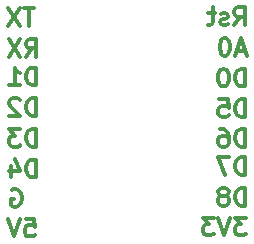
<source format=gbo>
G04 #@! TF.GenerationSoftware,KiCad,Pcbnew,5.0.2+dfsg1-1~bpo9+1*
G04 #@! TF.CreationDate,2020-08-18T09:09:55+01:00*
G04 #@! TF.ProjectId,d1-nrf24l01-shield,64312d6e-7266-4323-946c-30312d736869,rev?*
G04 #@! TF.SameCoordinates,Original*
G04 #@! TF.FileFunction,Legend,Bot*
G04 #@! TF.FilePolarity,Positive*
%FSLAX46Y46*%
G04 Gerber Fmt 4.6, Leading zero omitted, Abs format (unit mm)*
G04 Created by KiCad (PCBNEW 5.0.2+dfsg1-1~bpo9+1) date Tue 18 Aug 2020 09:09:55 IST*
%MOMM*%
%LPD*%
G01*
G04 APERTURE LIST*
%ADD10C,0.300000*%
G04 APERTURE END LIST*
D10*
X148957142Y-103078571D02*
X148028571Y-103078571D01*
X148528571Y-103650000D01*
X148314285Y-103650000D01*
X148171428Y-103721428D01*
X148100000Y-103792857D01*
X148028571Y-103935714D01*
X148028571Y-104292857D01*
X148100000Y-104435714D01*
X148171428Y-104507142D01*
X148314285Y-104578571D01*
X148742857Y-104578571D01*
X148885714Y-104507142D01*
X148957142Y-104435714D01*
X147600000Y-103078571D02*
X147100000Y-104578571D01*
X146600000Y-103078571D01*
X146242857Y-103078571D02*
X145314285Y-103078571D01*
X145814285Y-103650000D01*
X145600000Y-103650000D01*
X145457142Y-103721428D01*
X145385714Y-103792857D01*
X145314285Y-103935714D01*
X145314285Y-104292857D01*
X145385714Y-104435714D01*
X145457142Y-104507142D01*
X145600000Y-104578571D01*
X146028571Y-104578571D01*
X146171428Y-104507142D01*
X146242857Y-104435714D01*
X148907142Y-102078571D02*
X148907142Y-100578571D01*
X148550000Y-100578571D01*
X148335714Y-100650000D01*
X148192857Y-100792857D01*
X148121428Y-100935714D01*
X148050000Y-101221428D01*
X148050000Y-101435714D01*
X148121428Y-101721428D01*
X148192857Y-101864285D01*
X148335714Y-102007142D01*
X148550000Y-102078571D01*
X148907142Y-102078571D01*
X147192857Y-101221428D02*
X147335714Y-101150000D01*
X147407142Y-101078571D01*
X147478571Y-100935714D01*
X147478571Y-100864285D01*
X147407142Y-100721428D01*
X147335714Y-100650000D01*
X147192857Y-100578571D01*
X146907142Y-100578571D01*
X146764285Y-100650000D01*
X146692857Y-100721428D01*
X146621428Y-100864285D01*
X146621428Y-100935714D01*
X146692857Y-101078571D01*
X146764285Y-101150000D01*
X146907142Y-101221428D01*
X147192857Y-101221428D01*
X147335714Y-101292857D01*
X147407142Y-101364285D01*
X147478571Y-101507142D01*
X147478571Y-101792857D01*
X147407142Y-101935714D01*
X147335714Y-102007142D01*
X147192857Y-102078571D01*
X146907142Y-102078571D01*
X146764285Y-102007142D01*
X146692857Y-101935714D01*
X146621428Y-101792857D01*
X146621428Y-101507142D01*
X146692857Y-101364285D01*
X146764285Y-101292857D01*
X146907142Y-101221428D01*
X148907142Y-99478571D02*
X148907142Y-97978571D01*
X148550000Y-97978571D01*
X148335714Y-98050000D01*
X148192857Y-98192857D01*
X148121428Y-98335714D01*
X148050000Y-98621428D01*
X148050000Y-98835714D01*
X148121428Y-99121428D01*
X148192857Y-99264285D01*
X148335714Y-99407142D01*
X148550000Y-99478571D01*
X148907142Y-99478571D01*
X147550000Y-97978571D02*
X146550000Y-97978571D01*
X147192857Y-99478571D01*
X148907142Y-97078571D02*
X148907142Y-95578571D01*
X148550000Y-95578571D01*
X148335714Y-95650000D01*
X148192857Y-95792857D01*
X148121428Y-95935714D01*
X148050000Y-96221428D01*
X148050000Y-96435714D01*
X148121428Y-96721428D01*
X148192857Y-96864285D01*
X148335714Y-97007142D01*
X148550000Y-97078571D01*
X148907142Y-97078571D01*
X146764285Y-95578571D02*
X147050000Y-95578571D01*
X147192857Y-95650000D01*
X147264285Y-95721428D01*
X147407142Y-95935714D01*
X147478571Y-96221428D01*
X147478571Y-96792857D01*
X147407142Y-96935714D01*
X147335714Y-97007142D01*
X147192857Y-97078571D01*
X146907142Y-97078571D01*
X146764285Y-97007142D01*
X146692857Y-96935714D01*
X146621428Y-96792857D01*
X146621428Y-96435714D01*
X146692857Y-96292857D01*
X146764285Y-96221428D01*
X146907142Y-96150000D01*
X147192857Y-96150000D01*
X147335714Y-96221428D01*
X147407142Y-96292857D01*
X147478571Y-96435714D01*
X148907142Y-94578571D02*
X148907142Y-93078571D01*
X148550000Y-93078571D01*
X148335714Y-93150000D01*
X148192857Y-93292857D01*
X148121428Y-93435714D01*
X148050000Y-93721428D01*
X148050000Y-93935714D01*
X148121428Y-94221428D01*
X148192857Y-94364285D01*
X148335714Y-94507142D01*
X148550000Y-94578571D01*
X148907142Y-94578571D01*
X146692857Y-93078571D02*
X147407142Y-93078571D01*
X147478571Y-93792857D01*
X147407142Y-93721428D01*
X147264285Y-93650000D01*
X146907142Y-93650000D01*
X146764285Y-93721428D01*
X146692857Y-93792857D01*
X146621428Y-93935714D01*
X146621428Y-94292857D01*
X146692857Y-94435714D01*
X146764285Y-94507142D01*
X146907142Y-94578571D01*
X147264285Y-94578571D01*
X147407142Y-94507142D01*
X147478571Y-94435714D01*
X148907142Y-91978571D02*
X148907142Y-90478571D01*
X148550000Y-90478571D01*
X148335714Y-90550000D01*
X148192857Y-90692857D01*
X148121428Y-90835714D01*
X148050000Y-91121428D01*
X148050000Y-91335714D01*
X148121428Y-91621428D01*
X148192857Y-91764285D01*
X148335714Y-91907142D01*
X148550000Y-91978571D01*
X148907142Y-91978571D01*
X147121428Y-90478571D02*
X146978571Y-90478571D01*
X146835714Y-90550000D01*
X146764285Y-90621428D01*
X146692857Y-90764285D01*
X146621428Y-91050000D01*
X146621428Y-91407142D01*
X146692857Y-91692857D01*
X146764285Y-91835714D01*
X146835714Y-91907142D01*
X146978571Y-91978571D01*
X147121428Y-91978571D01*
X147264285Y-91907142D01*
X147335714Y-91835714D01*
X147407142Y-91692857D01*
X147478571Y-91407142D01*
X147478571Y-91050000D01*
X147407142Y-90764285D01*
X147335714Y-90621428D01*
X147264285Y-90550000D01*
X147121428Y-90478571D01*
X148871428Y-88950000D02*
X148157142Y-88950000D01*
X149014285Y-89378571D02*
X148514285Y-87878571D01*
X148014285Y-89378571D01*
X147228571Y-87878571D02*
X147085714Y-87878571D01*
X146942857Y-87950000D01*
X146871428Y-88021428D01*
X146800000Y-88164285D01*
X146728571Y-88450000D01*
X146728571Y-88807142D01*
X146800000Y-89092857D01*
X146871428Y-89235714D01*
X146942857Y-89307142D01*
X147085714Y-89378571D01*
X147228571Y-89378571D01*
X147371428Y-89307142D01*
X147442857Y-89235714D01*
X147514285Y-89092857D01*
X147585714Y-88807142D01*
X147585714Y-88450000D01*
X147514285Y-88164285D01*
X147442857Y-88021428D01*
X147371428Y-87950000D01*
X147228571Y-87878571D01*
X147971428Y-86778571D02*
X148471428Y-86064285D01*
X148828571Y-86778571D02*
X148828571Y-85278571D01*
X148257142Y-85278571D01*
X148114285Y-85350000D01*
X148042857Y-85421428D01*
X147971428Y-85564285D01*
X147971428Y-85778571D01*
X148042857Y-85921428D01*
X148114285Y-85992857D01*
X148257142Y-86064285D01*
X148828571Y-86064285D01*
X147400000Y-86707142D02*
X147257142Y-86778571D01*
X146971428Y-86778571D01*
X146828571Y-86707142D01*
X146757142Y-86564285D01*
X146757142Y-86492857D01*
X146828571Y-86350000D01*
X146971428Y-86278571D01*
X147185714Y-86278571D01*
X147328571Y-86207142D01*
X147400000Y-86064285D01*
X147400000Y-85992857D01*
X147328571Y-85850000D01*
X147185714Y-85778571D01*
X146971428Y-85778571D01*
X146828571Y-85850000D01*
X146328571Y-85778571D02*
X145757142Y-85778571D01*
X146114285Y-85278571D02*
X146114285Y-86564285D01*
X146042857Y-86707142D01*
X145900000Y-86778571D01*
X145757142Y-86778571D01*
X130285714Y-103178571D02*
X131000000Y-103178571D01*
X131071428Y-103892857D01*
X131000000Y-103821428D01*
X130857142Y-103750000D01*
X130500000Y-103750000D01*
X130357142Y-103821428D01*
X130285714Y-103892857D01*
X130214285Y-104035714D01*
X130214285Y-104392857D01*
X130285714Y-104535714D01*
X130357142Y-104607142D01*
X130500000Y-104678571D01*
X130857142Y-104678571D01*
X131000000Y-104607142D01*
X131071428Y-104535714D01*
X129785714Y-103178571D02*
X129285714Y-104678571D01*
X128785714Y-103178571D01*
X129107142Y-100750000D02*
X129250000Y-100678571D01*
X129464285Y-100678571D01*
X129678571Y-100750000D01*
X129821428Y-100892857D01*
X129892857Y-101035714D01*
X129964285Y-101321428D01*
X129964285Y-101535714D01*
X129892857Y-101821428D01*
X129821428Y-101964285D01*
X129678571Y-102107142D01*
X129464285Y-102178571D01*
X129321428Y-102178571D01*
X129107142Y-102107142D01*
X129035714Y-102035714D01*
X129035714Y-101535714D01*
X129321428Y-101535714D01*
X131207142Y-99678571D02*
X131207142Y-98178571D01*
X130850000Y-98178571D01*
X130635714Y-98250000D01*
X130492857Y-98392857D01*
X130421428Y-98535714D01*
X130350000Y-98821428D01*
X130350000Y-99035714D01*
X130421428Y-99321428D01*
X130492857Y-99464285D01*
X130635714Y-99607142D01*
X130850000Y-99678571D01*
X131207142Y-99678571D01*
X129064285Y-98678571D02*
X129064285Y-99678571D01*
X129421428Y-98107142D02*
X129778571Y-99178571D01*
X128850000Y-99178571D01*
X131207142Y-97078571D02*
X131207142Y-95578571D01*
X130850000Y-95578571D01*
X130635714Y-95650000D01*
X130492857Y-95792857D01*
X130421428Y-95935714D01*
X130350000Y-96221428D01*
X130350000Y-96435714D01*
X130421428Y-96721428D01*
X130492857Y-96864285D01*
X130635714Y-97007142D01*
X130850000Y-97078571D01*
X131207142Y-97078571D01*
X129850000Y-95578571D02*
X128921428Y-95578571D01*
X129421428Y-96150000D01*
X129207142Y-96150000D01*
X129064285Y-96221428D01*
X128992857Y-96292857D01*
X128921428Y-96435714D01*
X128921428Y-96792857D01*
X128992857Y-96935714D01*
X129064285Y-97007142D01*
X129207142Y-97078571D01*
X129635714Y-97078571D01*
X129778571Y-97007142D01*
X129850000Y-96935714D01*
X131207142Y-94478571D02*
X131207142Y-92978571D01*
X130850000Y-92978571D01*
X130635714Y-93050000D01*
X130492857Y-93192857D01*
X130421428Y-93335714D01*
X130350000Y-93621428D01*
X130350000Y-93835714D01*
X130421428Y-94121428D01*
X130492857Y-94264285D01*
X130635714Y-94407142D01*
X130850000Y-94478571D01*
X131207142Y-94478571D01*
X129778571Y-93121428D02*
X129707142Y-93050000D01*
X129564285Y-92978571D01*
X129207142Y-92978571D01*
X129064285Y-93050000D01*
X128992857Y-93121428D01*
X128921428Y-93264285D01*
X128921428Y-93407142D01*
X128992857Y-93621428D01*
X129850000Y-94478571D01*
X128921428Y-94478571D01*
X131207142Y-91878571D02*
X131207142Y-90378571D01*
X130850000Y-90378571D01*
X130635714Y-90450000D01*
X130492857Y-90592857D01*
X130421428Y-90735714D01*
X130350000Y-91021428D01*
X130350000Y-91235714D01*
X130421428Y-91521428D01*
X130492857Y-91664285D01*
X130635714Y-91807142D01*
X130850000Y-91878571D01*
X131207142Y-91878571D01*
X128921428Y-91878571D02*
X129778571Y-91878571D01*
X129350000Y-91878571D02*
X129350000Y-90378571D01*
X129492857Y-90592857D01*
X129635714Y-90735714D01*
X129778571Y-90807142D01*
X130350000Y-89478571D02*
X130850000Y-88764285D01*
X131207142Y-89478571D02*
X131207142Y-87978571D01*
X130635714Y-87978571D01*
X130492857Y-88050000D01*
X130421428Y-88121428D01*
X130350000Y-88264285D01*
X130350000Y-88478571D01*
X130421428Y-88621428D01*
X130492857Y-88692857D01*
X130635714Y-88764285D01*
X131207142Y-88764285D01*
X129850000Y-87978571D02*
X128850000Y-89478571D01*
X128850000Y-87978571D02*
X129850000Y-89478571D01*
X131042857Y-85378571D02*
X130185714Y-85378571D01*
X130614285Y-86878571D02*
X130614285Y-85378571D01*
X129828571Y-85378571D02*
X128828571Y-86878571D01*
X128828571Y-85378571D02*
X129828571Y-86878571D01*
M02*

</source>
